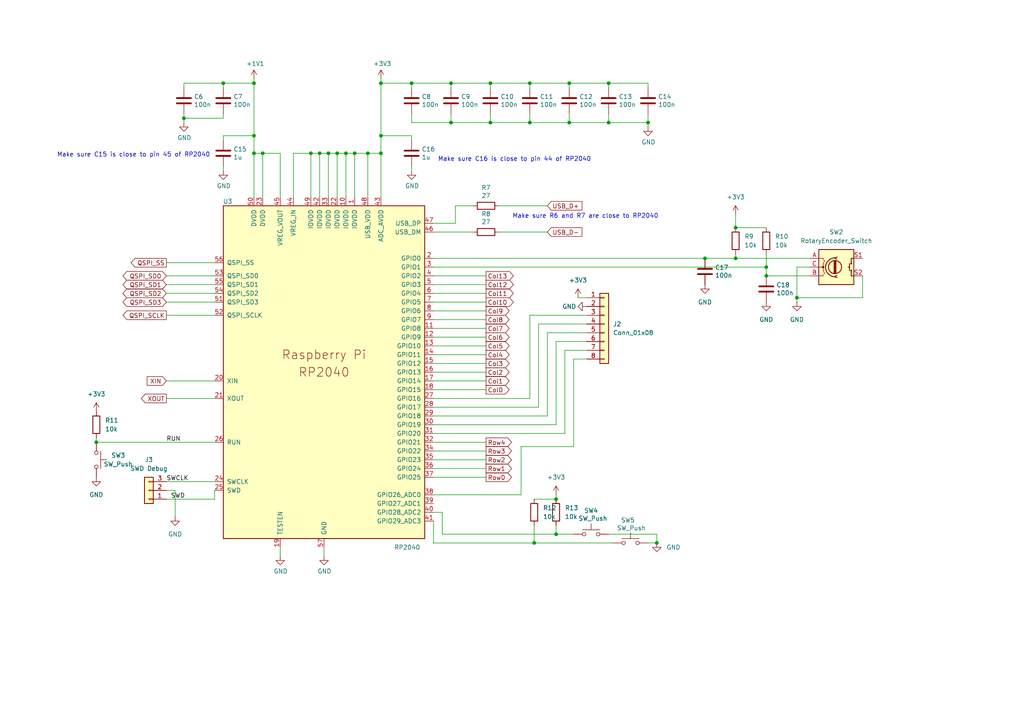
<source format=kicad_sch>
(kicad_sch (version 20250114) (generator "eeschema") (generator_version "9.0")
  (paper "A4")
  (lib_symbols
    (symbol "Connector_Generic:Conn_01x03" (pin_names (offset 1.016) (hide yes))
      (property "Reference" "J" (at 0 5.08 0))
      (property "Value" "Conn_01x03" (at 0 -5.08 0))
      (symbol "Conn_01x03_1_1"
        (rectangle (start -1.27 3.81) (end 1.27 -3.81) (stroke (width 0.254)) (fill (type background)))
        (rectangle (start -1.27 2.667) (end 0 2.413) (stroke (width 0.1524)))
        (rectangle (start -1.27 0.127) (end 0 -0.127) (stroke (width 0.1524)))
        (rectangle (start -1.27 -2.413) (end 0 -2.667) (stroke (width 0.1524)))
        (pin passive line (at -5.08 2.54 0) (length 3.81) (name "Pin_1") (number "1"))
        (pin passive line (at -5.08 0 0) (length 3.81) (name "Pin_2") (number "2"))
        (pin passive line (at -5.08 -2.54 0) (length 3.81) (name "Pin_3") (number "3"))
      )
    )
    (symbol "Connector_Generic:Conn_01x08" (pin_names (offset 1.016) (hide yes))
      (property "Reference" "J" (at 0 10.16 0))
      (property "Value" "Conn_01x08" (at 0 -12.7 0))
      (symbol "Conn_01x08_1_1"
        (rectangle (start -1.27 8.89) (end 1.27 -11.43) (stroke (width 0.254)) (fill (type background)))
        (rectangle (start -1.27 7.747) (end 0 7.493) (stroke (width 0.1524)))
        (rectangle (start -1.27 5.207) (end 0 4.953) (stroke (width 0.1524)))
        (rectangle (start -1.27 2.667) (end 0 2.413) (stroke (width 0.1524)))
        (rectangle (start -1.27 0.127) (end 0 -0.127) (stroke (width 0.1524)))
        (rectangle (start -1.27 -2.413) (end 0 -2.667) (stroke (width 0.1524)))
        (rectangle (start -1.27 -4.953) (end 0 -5.207) (stroke (width 0.1524)))
        (rectangle (start -1.27 -7.493) (end 0 -7.747) (stroke (width 0.1524)))
        (rectangle (start -1.27 -10.033) (end 0 -10.287) (stroke (width 0.1524)))
        (pin passive line (at -5.08 7.62 0) (length 3.81) (name "Pin_1") (number "1"))
        (pin passive line (at -5.08 5.08 0) (length 3.81) (name "Pin_2") (number "2"))
        (pin passive line (at -5.08 2.54 0) (length 3.81) (name "Pin_3") (number "3"))
        (pin passive line (at -5.08 0 0) (length 3.81) (name "Pin_4") (number "4"))
        (pin passive line (at -5.08 -2.54 0) (length 3.81) (name "Pin_5") (number "5"))
        (pin passive line (at -5.08 -5.08 0) (length 3.81) (name "Pin_6") (number "6"))
        (pin passive line (at -5.08 -7.62 0) (length 3.81) (name "Pin_7") (number "7"))
        (pin passive line (at -5.08 -10.16 0) (length 3.81) (name "Pin_8") (number "8"))
      )
    )
    (symbol "Device:C" (pin_numbers (hide yes)) (pin_names (offset 0.254))
      (property "Reference" "C" (at 0.635 2.54 0))
      (property "Value" "C" (at 0.635 -2.54 0))
      (symbol "C_0_1"
        (polyline (pts (xy -2.032 0.762) (xy 2.032 0.762)) (stroke (width 0.508)))
        (polyline (pts (xy -2.032 -0.762) (xy 2.032 -0.762)) (stroke (width 0.508)))
      )
      (symbol "C_1_1"
        (pin passive line (at 0 3.81 270) (length 2.794) (name "~") (number "1"))
        (pin passive line (at 0 -3.81 90) (length 2.794) (name "~") (number "2"))
      )
    )
    (symbol "Device:R" (pin_numbers (hide yes)) (pin_names (offset 0))
      (property "Reference" "R" (at 2.032 0 90))
      (property "Value" "R" (at 0 0 90))
      (symbol "R_0_1"
        (rectangle (start -1.016 -2.54) (end 1.016 2.54) (stroke (width 0.254)))
      )
      (symbol "R_1_1"
        (pin passive line (at 0 3.81 270) (length 1.27) (name "~") (number "1"))
        (pin passive line (at 0 -3.81 90) (length 1.27) (name "~") (number "2"))
      )
    )
    (symbol "Device:RotaryEncoder_Switch" (pin_names (offset 0.254) (hide yes))
      (property "Reference" "SW" (at 0 6.604 0))
      (property "Value" "RotaryEncoder_Switch" (at 0 -6.604 0))
      (symbol "RotaryEncoder_Switch_0_1"
        (rectangle (start -5.08 5.08) (end 5.08 -5.08) (stroke (width 0.254)) (fill (type background)))
        (polyline (pts (xy -5.08 2.54) (xy -3.81 2.54) (xy -3.81 2.032)))
        (polyline (pts (xy -5.08 0) (xy -3.81 0) (xy -3.81 -1.016) (xy -3.302 -2.032)))
        (polyline (pts (xy -5.08 -2.54) (xy -3.81 -2.54) (xy -3.81 -2.032)))
        (polyline (pts (xy -4.318 0) (xy -3.81 0) (xy -3.81 1.016) (xy -3.302 2.032)))
        (circle (center -3.81 0) (radius 0.254) (fill (type outline)))
        (polyline (pts (xy -0.635 -1.778) (xy -0.635 1.778)) (stroke (width 0.254)))
        (circle (center -0.381 0) (radius 1.905) (stroke (width 0.254)))
        (polyline (pts (xy -0.381 -1.778) (xy -0.381 1.778)) (stroke (width 0.254)))
        (arc (start -0.381 -2.794) (mid -3.0988 -0.0635) (end -0.381 2.667) (stroke (width 0.254)))
        (polyline (pts (xy -0.127 1.778) (xy -0.127 -1.778)) (stroke (width 0.254)))
        (polyline (pts (xy 0.254 2.921) (xy -0.508 2.667) (xy 0.127 2.286)) (stroke (width 0.254)))
        (polyline (pts (xy 0.254 -3.048) (xy -0.508 -2.794) (xy 0.127 -2.413)) (stroke (width 0.254)))
        (polyline (pts (xy 3.81 1.016) (xy 3.81 -1.016)) (stroke (width 0.254)))
        (polyline (pts (xy 3.81 0) (xy 3.429 0)) (stroke (width 0.254)))
        (circle (center 4.318 1.016) (radius 0.127) (stroke (width 0.254)))
        (circle (center 4.318 -1.016) (radius 0.127) (stroke (width 0.254)))
        (polyline (pts (xy 5.08 2.54) (xy 4.318 2.54) (xy 4.318 1.016)) (stroke (width 0.254)))
        (polyline (pts (xy 5.08 -2.54) (xy 4.318 -2.54) (xy 4.318 -1.016)) (stroke (width 0.254)))
      )
      (symbol "RotaryEncoder_Switch_1_1"
        (pin passive line (at -7.62 2.54 0) (length 2.54) (name "A") (number "A"))
        (pin passive line (at -7.62 0 0) (length 2.54) (name "C") (number "C"))
        (pin passive line (at -7.62 -2.54 0) (length 2.54) (name "B") (number "B"))
        (pin passive line (at 7.62 2.54 180) (length 2.54) (name "S1") (number "S1"))
        (pin passive line (at 7.62 -2.54 180) (length 2.54) (name "S2") (number "S2"))
      )
    )
    (symbol "GND_1" (power) (pin_numbers (hide yes)) (pin_names (offset 0) (hide yes))
      (property "Value" "GND" (at 0 -3.81 0))
      (symbol "GND_1_0_1"
        (polyline (pts (xy 0 0) (xy 0 -1.27) (xy 1.27 -1.27) (xy 0 -2.54) (xy -1.27 -1.27) (xy 0 -1.27)))
      )
      (symbol "GND_1_1_1"
        (pin power_in line (at 0 0 270) (length 0) (name "~") (number "1"))
      )
    )
    (symbol "MCU_RaspberryPi_RP2040:RP2040" (pin_names (offset 1.016))
      (property "Reference" "U" (at -29.21 49.53 0))
      (property "Value" "RP2040" (at 24.13 -49.53 0))
      (symbol "RP2040_0_0"
        (text "Raspberry Pi" (at 0 5.08 0) (effects (font (size 2.54 2.54))))
        (text "RP2040" (at 0 0 0) (effects (font (size 2.54 2.54))))
      )
      (symbol "RP2040_0_1"
        (rectangle (start 29.21 48.26) (end -29.21 -48.26) (stroke (width 0.254)) (fill (type background)))
      )
      (symbol "RP2040_1_1"
        (pin bidirectional line (at -31.75 31.75 0) (length 2.54) (name "QSPI_SS") (number "56"))
        (pin bidirectional line (at -31.75 27.94 0) (length 2.54) (name "QSPI_SD0") (number "53"))
        (pin bidirectional line (at -31.75 25.4 0) (length 2.54) (name "QSPI_SD1") (number "55"))
        (pin bidirectional line (at -31.75 22.86 0) (length 2.54) (name "QSPI_SD2") (number "54"))
        (pin bidirectional line (at -31.75 20.32 0) (length 2.54) (name "QSPI_SD3") (number "51"))
        (pin output line (at -31.75 16.51 0) (length 2.54) (name "QSPI_SCLK") (number "52"))
        (pin input line (at -31.75 -2.54 0) (length 2.54) (name "XIN") (number "20"))
        (pin passive line (at -31.75 -7.62 0) (length 2.54) (name "XOUT") (number "21"))
        (pin input line (at -31.75 -20.32 0) (length 2.54) (name "RUN") (number "26"))
        (pin output line (at -31.75 -31.75 0) (length 2.54) (name "SWCLK") (number "24"))
        (pin bidirectional line (at -31.75 -34.29 0) (length 2.54) (name "SWD") (number "25"))
        (pin power_in line (at -20.32 50.8 270) (length 2.54) (name "DVDD") (number "50"))
        (pin power_in line (at -17.78 50.8 270) (length 2.54) (name "DVDD") (number "23"))
        (pin power_out line (at -12.7 50.8 270) (length 2.54) (name "VREG_VOUT") (number "45"))
        (pin passive line (at -12.7 -50.8 90) (length 2.54) (name "TESTEN") (number "19"))
        (pin power_in line (at -8.89 50.8 270) (length 2.54) (name "VREG_IN") (number "44"))
        (pin power_in line (at -3.81 50.8 270) (length 2.54) (name "IOVDD") (number "49"))
        (pin power_in line (at -1.27 50.8 270) (length 2.54) (name "IOVDD") (number "42"))
        (pin power_in line (at 0 -50.8 90) (length 2.54) (name "GND") (number "57"))
        (pin power_in line (at 1.27 50.8 270) (length 2.54) (name "IOVDD") (number "33"))
        (pin power_in line (at 3.81 50.8 270) (length 2.54) (name "IOVDD") (number "22"))
        (pin power_in line (at 6.35 50.8 270) (length 2.54) (name "IOVDD") (number "10"))
        (pin power_in line (at 8.89 50.8 270) (length 2.54) (name "IOVDD") (number "1"))
        (pin power_in line (at 12.7 50.8 270) (length 2.54) (name "USB_VDD") (number "48"))
        (pin power_in line (at 16.51 50.8 270) (length 2.54) (name "ADC_AVDD") (number "43"))
        (pin bidirectional line (at 31.75 43.18 180) (length 2.54) (name "USB_DP") (number "47"))
        (pin bidirectional line (at 31.75 40.64 180) (length 2.54) (name "USB_DM") (number "46"))
        (pin bidirectional line (at 31.75 33.02 180) (length 2.54) (name "GPIO0") (number "2"))
        (pin bidirectional line (at 31.75 30.48 180) (length 2.54) (name "GPIO1") (number "3"))
        (pin bidirectional line (at 31.75 27.94 180) (length 2.54) (name "GPIO2") (number "4"))
        (pin bidirectional line (at 31.75 25.4 180) (length 2.54) (name "GPIO3") (number "5"))
        (pin bidirectional line (at 31.75 22.86 180) (length 2.54) (name "GPIO4") (number "6"))
        (pin bidirectional line (at 31.75 20.32 180) (length 2.54) (name "GPIO5") (number "7"))
        (pin bidirectional line (at 31.75 17.78 180) (length 2.54) (name "GPIO6") (number "8"))
        (pin bidirectional line (at 31.75 15.24 180) (length 2.54) (name "GPIO7") (number "9"))
        (pin bidirectional line (at 31.75 12.7 180) (length 2.54) (name "GPIO8") (number "11"))
        (pin bidirectional line (at 31.75 10.16 180) (length 2.54) (name "GPIO9") (number "12"))
        (pin bidirectional line (at 31.75 7.62 180) (length 2.54) (name "GPIO10") (number "13"))
        (pin bidirectional line (at 31.75 5.08 180) (length 2.54) (name "GPIO11") (number "14"))
        (pin bidirectional line (at 31.75 2.54 180) (length 2.54) (name "GPIO12") (number "15"))
        (pin bidirectional line (at 31.75 0 180) (length 2.54) (name "GPIO13") (number "16"))
        (pin bidirectional line (at 31.75 -2.54 180) (length 2.54) (name "GPIO14") (number "17"))
        (pin bidirectional line (at 31.75 -5.08 180) (length 2.54) (name "GPIO15") (number "18"))
        (pin bidirectional line (at 31.75 -7.62 180) (length 2.54) (name "GPIO16") (number "27"))
        (pin bidirectional line (at 31.75 -10.16 180) (length 2.54) (name "GPIO17") (number "28"))
        (pin bidirectional line (at 31.75 -12.7 180) (length 2.54) (name "GPIO18") (number "29"))
        (pin bidirectional line (at 31.75 -15.24 180) (length 2.54) (name "GPIO19") (number "30"))
        (pin bidirectional line (at 31.75 -17.78 180) (length 2.54) (name "GPIO20") (number "31"))
        (pin bidirectional line (at 31.75 -20.32 180) (length 2.54) (name "GPIO21") (number "32"))
        (pin bidirectional line (at 31.75 -22.86 180) (length 2.54) (name "GPIO22") (number "34"))
        (pin bidirectional line (at 31.75 -25.4 180) (length 2.54) (name "GPIO23") (number "35"))
        (pin bidirectional line (at 31.75 -27.94 180) (length 2.54) (name "GPIO24") (number "36"))
        (pin bidirectional line (at 31.75 -30.48 180) (length 2.54) (name "GPIO25") (number "37"))
        (pin bidirectional line (at 31.75 -35.56 180) (length 2.54) (name "GPIO26_ADC0") (number "38"))
        (pin bidirectional line (at 31.75 -38.1 180) (length 2.54) (name "GPIO27_ADC1") (number "39"))
        (pin bidirectional line (at 31.75 -40.64 180) (length 2.54) (name "GPIO28_ADC2") (number "40"))
        (pin bidirectional line (at 31.75 -43.18 180) (length 2.54) (name "GPIO29_ADC3") (number "41"))
      )
    )
    (symbol "Switch:SW_Push" (pin_numbers (hide yes)) (pin_names (offset 1.016) (hide yes))
      (property "Reference" "SW" (at 1.27 2.54 0))
      (property "Value" "SW_Push" (at 0 -1.524 0))
      (symbol "SW_Push_0_1"
        (circle (center -2.032 0) (radius 0.508))
        (polyline (pts (xy 0 1.27) (xy 0 3.048)))
        (circle (center 2.032 0) (radius 0.508))
        (polyline (pts (xy 2.54 1.27) (xy -2.54 1.27)))
        (pin passive line (at -5.08 0 0) (length 2.54) (name "1") (number "1"))
        (pin passive line (at 5.08 0 180) (length 2.54) (name "2") (number "2"))
      )
    )
    (symbol "power:+1V1" (power) (pin_names (offset 0))
      (property "Value" "+1V1" (at 0 3.556 0))
      (symbol "+1V1_0_1"
        (polyline (pts (xy -0.762 1.27) (xy 0 2.54)))
        (polyline (pts (xy 0 2.54) (xy 0.762 1.27)))
        (polyline (pts (xy 0 0) (xy 0 2.54)))
      )
      (symbol "+1V1_1_1"
        (pin power_in line (at 0 0 90) (length 0) (hide yes) (name "+1V1") (number "1"))
      )
    )
    (symbol "power:+3V3" (power) (pin_names (offset 0))
      (property "Value" "+3V3" (at 0 3.556 0))
      (symbol "+3V3_0_1"
        (polyline (pts (xy -0.762 1.27) (xy 0 2.54)))
        (polyline (pts (xy 0 2.54) (xy 0.762 1.27)))
        (polyline (pts (xy 0 0) (xy 0 2.54)))
      )
      (symbol "+3V3_1_1"
        (pin power_in line (at 0 0 90) (length 0) (hide yes) (name "+3V3") (number "1"))
      )
    )
    (symbol "power:GND" (power) (pin_names (offset 0))
      (property "Value" "GND" (at 0 -3.81 0))
      (symbol "GND_0_1"
        (polyline (pts (xy 0 0) (xy 0 -1.27) (xy 1.27 -1.27) (xy 0 -2.54) (xy -1.27 -1.27) (xy 0 -1.27)))
      )
      (symbol "GND_1_1"
        (pin power_in line (at 0 0 270) (length 0) (hide yes) (name "GND") (number "1"))
      )
    )
  )
  (text "Make sure C16 is close to pin 44 of RP2040" (at 127 46.99 0) (effects (font (size 1.27 1.27)) (justify left bottom)))
  (text "Make sure C15 is close to pin 45 of RP2040" (at 16.51 45.72 0) (effects (font (size 1.27 1.27)) (justify left bottom)))
  (text "Make sure R6 and R7 are close to RP2040" (at 148.59 63.5 0) (effects (font (size 1.27 1.27)) (justify left bottom)))
  (junction (at 161.29 154.94))
  (junction (at 102.87 44.45))
  (junction (at 73.66 24.13))
  (junction (at 176.53 24.13))
  (junction (at 64.77 24.13))
  (junction (at 142.24 35.56))
  (junction (at 165.1 35.56))
  (junction (at 213.36 66.04))
  (junction (at 130.81 24.13))
  (junction (at 130.81 35.56))
  (junction (at 161.29 144.78))
  (junction (at 73.66 44.45))
  (junction (at 204.47 74.93))
  (junction (at 92.71 44.45))
  (junction (at 153.67 24.13))
  (junction (at 95.25 44.45))
  (junction (at 119.38 24.13))
  (junction (at 222.25 77.47))
  (junction (at 27.94 128.27))
  (junction (at 73.66 39.37))
  (junction (at 110.49 44.45))
  (junction (at 231.14 86.36))
  (junction (at 110.49 39.37))
  (junction (at 110.49 24.13))
  (junction (at 97.79 44.45))
  (junction (at 154.94 157.48))
  (junction (at 142.24 24.13))
  (junction (at 153.67 35.56))
  (junction (at 76.2 44.45))
  (junction (at 106.68 44.45))
  (junction (at 190.5 157.48))
  (junction (at 100.33 44.45))
  (junction (at 213.36 74.93))
  (junction (at 187.96 35.56))
  (junction (at 176.53 35.56))
  (junction (at 53.34 34.29))
  (junction (at 90.17 44.45))
  (junction (at 222.25 80.01))
  (junction (at 165.1 24.13))
  (wire (pts (xy 125.73 143.51) (xy 151.13 143.51)))
  (wire (pts (xy 176.53 25.4) (xy 176.53 24.13)))
  (wire (pts (xy 234.95 77.47) (xy 231.14 77.47)))
  (wire (pts (xy 48.26 142.24) (xy 50.8 142.24)))
  (wire (pts (xy 119.38 24.13) (xy 130.81 24.13)))
  (wire (pts (xy 213.36 66.04) (xy 222.25 66.04)))
  (wire (pts (xy 130.81 24.13) (xy 142.24 24.13)))
  (wire (pts (xy 125.73 118.11) (xy 156.21 118.11)))
  (wire (pts (xy 167.64 86.36) (xy 170.18 86.36)))
  (wire (pts (xy 64.77 24.13) (xy 73.66 24.13)))
  (wire (pts (xy 165.1 33.02) (xy 165.1 35.56)))
  (wire (pts (xy 53.34 34.29) (xy 64.77 34.29)))
  (wire (pts (xy 130.81 35.56) (xy 119.38 35.56)))
  (wire (pts (xy 163.83 101.6) (xy 163.83 125.73)))
  (wire (pts (xy 125.73 110.49) (xy 140.97 110.49)))
  (wire (pts (xy 50.8 142.24) (xy 50.8 149.86)))
  (wire (pts (xy 125.73 82.55) (xy 140.97 82.55)))
  (wire (pts (xy 95.25 57.15) (xy 95.25 44.45)))
  (wire (pts (xy 110.49 39.37) (xy 110.49 44.45)))
  (wire (pts (xy 130.81 25.4) (xy 130.81 24.13)))
  (wire (pts (xy 92.71 57.15) (xy 92.71 44.45)))
  (wire (pts (xy 81.28 57.15) (xy 81.28 44.45)))
  (wire (pts (xy 231.14 86.36) (xy 231.14 87.63)))
  (wire (pts (xy 190.5 154.94) (xy 190.5 157.48)))
  (wire (pts (xy 85.09 44.45) (xy 90.17 44.45)))
  (wire (pts (xy 170.18 96.52) (xy 158.75 96.52)))
  (wire (pts (xy 125.73 133.35) (xy 140.97 133.35)))
  (wire (pts (xy 119.38 48.26) (xy 119.38 49.53)))
  (wire (pts (xy 27.94 128.27) (xy 62.23 128.27)))
  (wire (pts (xy 106.68 57.15) (xy 106.68 44.45)))
  (wire (pts (xy 161.29 99.06) (xy 161.29 123.19)))
  (wire (pts (xy 132.08 59.69) (xy 137.16 59.69)))
  (wire (pts (xy 125.73 151.13) (xy 125.73 157.48)))
  (wire (pts (xy 64.77 25.4) (xy 64.77 24.13)))
  (wire (pts (xy 176.53 24.13) (xy 187.96 24.13)))
  (wire (pts (xy 204.47 74.93) (xy 213.36 74.93)))
  (wire (pts (xy 187.96 157.48) (xy 190.5 157.48)))
  (wire (pts (xy 100.33 57.15) (xy 100.33 44.45)))
  (wire (pts (xy 48.26 110.49) (xy 62.23 110.49)))
  (wire (pts (xy 73.66 44.45) (xy 73.66 57.15)))
  (wire (pts (xy 142.24 25.4) (xy 142.24 24.13)))
  (wire (pts (xy 125.73 120.65) (xy 158.75 120.65)))
  (wire (pts (xy 213.36 74.93) (xy 234.95 74.93)))
  (wire (pts (xy 53.34 24.13) (xy 64.77 24.13)))
  (wire (pts (xy 144.78 59.69) (xy 158.75 59.69)))
  (wire (pts (xy 53.34 33.02) (xy 53.34 34.29)))
  (wire (pts (xy 125.73 138.43) (xy 140.97 138.43)))
  (wire (pts (xy 48.26 144.78) (xy 62.23 144.78)))
  (wire (pts (xy 64.77 34.29) (xy 64.77 33.02)))
  (wire (pts (xy 151.13 129.54) (xy 166.37 129.54)))
  (wire (pts (xy 125.73 115.57) (xy 153.67 115.57)))
  (wire (pts (xy 125.73 135.89) (xy 140.97 135.89)))
  (wire (pts (xy 156.21 93.98) (xy 156.21 118.11)))
  (wire (pts (xy 176.53 35.56) (xy 165.1 35.56)))
  (wire (pts (xy 53.34 25.4) (xy 53.34 24.13)))
  (wire (pts (xy 125.73 67.31) (xy 137.16 67.31)))
  (wire (pts (xy 110.49 39.37) (xy 119.38 39.37)))
  (wire (pts (xy 125.73 97.79) (xy 140.97 97.79)))
  (wire (pts (xy 222.25 73.66) (xy 222.25 77.47)))
  (wire (pts (xy 153.67 24.13) (xy 165.1 24.13)))
  (wire (pts (xy 85.09 57.15) (xy 85.09 44.45)))
  (wire (pts (xy 153.67 25.4) (xy 153.67 24.13)))
  (wire (pts (xy 62.23 142.24) (xy 62.23 144.78)))
  (wire (pts (xy 48.26 87.63) (xy 62.23 87.63)))
  (wire (pts (xy 234.95 80.01) (xy 222.25 80.01)))
  (wire (pts (xy 125.73 113.03) (xy 140.97 113.03)))
  (wire (pts (xy 125.73 123.19) (xy 161.29 123.19)))
  (wire (pts (xy 176.53 154.94) (xy 190.5 154.94)))
  (wire (pts (xy 81.28 44.45) (xy 76.2 44.45)))
  (wire (pts (xy 62.23 91.44) (xy 48.26 91.44)))
  (wire (pts (xy 76.2 57.15) (xy 76.2 44.45)))
  (wire (pts (xy 125.73 77.47) (xy 222.25 77.47)))
  (wire (pts (xy 161.29 144.78) (xy 161.29 143.51)))
  (wire (pts (xy 90.17 57.15) (xy 90.17 44.45)))
  (wire (pts (xy 73.66 39.37) (xy 73.66 44.45)))
  (wire (pts (xy 231.14 77.47) (xy 231.14 86.36)))
  (wire (pts (xy 125.73 74.93) (xy 204.47 74.93)))
  (wire (pts (xy 64.77 48.26) (xy 64.77 49.53)))
  (wire (pts (xy 170.18 93.98) (xy 156.21 93.98)))
  (wire (pts (xy 170.18 91.44) (xy 153.67 91.44)))
  (wire (pts (xy 213.36 62.23) (xy 213.36 66.04)))
  (wire (pts (xy 73.66 24.13) (xy 73.66 39.37)))
  (wire (pts (xy 110.49 44.45) (xy 110.49 57.15)))
  (wire (pts (xy 213.36 73.66) (xy 213.36 74.93)))
  (wire (pts (xy 93.98 158.75) (xy 93.98 161.29)))
  (wire (pts (xy 125.73 64.77) (xy 132.08 64.77)))
  (wire (pts (xy 27.94 128.27) (xy 27.94 127)))
  (wire (pts (xy 125.73 102.87) (xy 140.97 102.87)))
  (wire (pts (xy 81.28 158.75) (xy 81.28 161.29)))
  (wire (pts (xy 48.26 80.01) (xy 62.23 80.01)))
  (wire (pts (xy 165.1 25.4) (xy 165.1 24.13)))
  (wire (pts (xy 153.67 91.44) (xy 153.67 115.57)))
  (wire (pts (xy 165.1 24.13) (xy 176.53 24.13)))
  (wire (pts (xy 154.94 157.48) (xy 177.8 157.48)))
  (wire (pts (xy 48.26 82.55) (xy 62.23 82.55)))
  (wire (pts (xy 144.78 67.31) (xy 158.75 67.31)))
  (wire (pts (xy 165.1 35.56) (xy 153.67 35.56)))
  (wire (pts (xy 125.73 85.09) (xy 140.97 85.09)))
  (wire (pts (xy 125.73 128.27) (xy 140.97 128.27)))
  (wire (pts (xy 106.68 44.45) (xy 110.49 44.45)))
  (wire (pts (xy 125.73 100.33) (xy 140.97 100.33)))
  (wire (pts (xy 187.96 35.56) (xy 187.96 36.83)))
  (wire (pts (xy 95.25 44.45) (xy 97.79 44.45)))
  (wire (pts (xy 125.73 105.41) (xy 140.97 105.41)))
  (wire (pts (xy 154.94 152.4) (xy 154.94 157.48)))
  (wire (pts (xy 187.96 25.4) (xy 187.96 24.13)))
  (wire (pts (xy 170.18 99.06) (xy 161.29 99.06)))
  (wire (pts (xy 128.27 148.59) (xy 128.27 154.94)))
  (wire (pts (xy 170.18 104.14) (xy 166.37 104.14)))
  (wire (pts (xy 250.19 86.36) (xy 231.14 86.36)))
  (wire (pts (xy 73.66 22.86) (xy 73.66 24.13)))
  (wire (pts (xy 250.19 80.01) (xy 250.19 86.36)))
  (wire (pts (xy 132.08 59.69) (xy 132.08 64.77)))
  (wire (pts (xy 125.73 95.25) (xy 140.97 95.25)))
  (wire (pts (xy 154.94 144.78) (xy 161.29 144.78)))
  (wire (pts (xy 158.75 96.52) (xy 158.75 120.65)))
  (wire (pts (xy 130.81 33.02) (xy 130.81 35.56)))
  (wire (pts (xy 102.87 44.45) (xy 102.87 57.15)))
  (wire (pts (xy 125.73 130.81) (xy 140.97 130.81)))
  (wire (pts (xy 125.73 157.48) (xy 154.94 157.48)))
  (wire (pts (xy 166.37 129.54) (xy 166.37 104.14)))
  (wire (pts (xy 97.79 44.45) (xy 100.33 44.45)))
  (wire (pts (xy 153.67 33.02) (xy 153.67 35.56)))
  (wire (pts (xy 110.49 24.13) (xy 119.38 24.13)))
  (wire (pts (xy 128.27 154.94) (xy 161.29 154.94)))
  (wire (pts (xy 64.77 39.37) (xy 73.66 39.37)))
  (wire (pts (xy 53.34 34.29) (xy 53.34 35.56)))
  (wire (pts (xy 125.73 80.01) (xy 140.97 80.01)))
  (wire (pts (xy 222.25 77.47) (xy 222.25 80.01)))
  (wire (pts (xy 64.77 40.64) (xy 64.77 39.37)))
  (wire (pts (xy 62.23 115.57) (xy 48.26 115.57)))
  (wire (pts (xy 163.83 101.6) (xy 170.18 101.6)))
  (wire (pts (xy 176.53 35.56) (xy 187.96 35.56)))
  (wire (pts (xy 119.38 25.4) (xy 119.38 24.13)))
  (wire (pts (xy 125.73 125.73) (xy 163.83 125.73)))
  (wire (pts (xy 48.26 139.7) (xy 62.23 139.7)))
  (wire (pts (xy 62.23 76.2) (xy 48.26 76.2)))
  (wire (pts (xy 100.33 44.45) (xy 102.87 44.45)))
  (wire (pts (xy 125.73 87.63) (xy 140.97 87.63)))
  (wire (pts (xy 119.38 40.64) (xy 119.38 39.37)))
  (wire (pts (xy 125.73 107.95) (xy 140.97 107.95)))
  (wire (pts (xy 76.2 44.45) (xy 73.66 44.45)))
  (wire (pts (xy 48.26 85.09) (xy 62.23 85.09)))
  (wire (pts (xy 119.38 33.02) (xy 119.38 35.56)))
  (wire (pts (xy 97.79 57.15) (xy 97.79 44.45)))
  (wire (pts (xy 110.49 24.13) (xy 110.49 39.37)))
  (wire (pts (xy 142.24 24.13) (xy 153.67 24.13)))
  (wire (pts (xy 92.71 44.45) (xy 95.25 44.45)))
  (wire (pts (xy 161.29 154.94) (xy 166.37 154.94)))
  (wire (pts (xy 125.73 148.59) (xy 128.27 148.59)))
  (wire (pts (xy 125.73 92.71) (xy 140.97 92.71)))
  (wire (pts (xy 151.13 143.51) (xy 151.13 129.54)))
  (wire (pts (xy 142.24 33.02) (xy 142.24 35.56)))
  (wire (pts (xy 161.29 152.4) (xy 161.29 154.94)))
  (wire (pts (xy 110.49 22.86) (xy 110.49 24.13)))
  (wire (pts (xy 153.67 35.56) (xy 142.24 35.56)))
  (wire (pts (xy 102.87 44.45) (xy 106.68 44.45)))
  (wire (pts (xy 90.17 44.45) (xy 92.71 44.45)))
  (wire (pts (xy 187.96 33.02) (xy 187.96 35.56)))
  (wire (pts (xy 176.53 33.02) (xy 176.53 35.56)))
  (wire (pts (xy 125.73 90.17) (xy 140.97 90.17)))
  (wire (pts (xy 142.24 35.56) (xy 130.81 35.56)))
  (label "SWD" (at 49.53 144.78 0))
  (label "SWCLK" (at 48.26 139.7 0))
  (label "RUN" (at 48.26 128.27 0))
  (global_label "Row1" (shape output) (at 140.97 135.89 0) (property "Intersheetrefs" "${INTERSHEET_REFS}" (effects (hide yes))))
  (global_label "Col10" (shape output) (at 140.97 87.63 0) (property "Intersheetrefs" "${INTERSHEET_REFS}" (effects (hide yes))))
  (global_label "Col13" (shape output) (at 140.97 80.01 0) (property "Intersheetrefs" "${INTERSHEET_REFS}" (effects (hide yes))))
  (global_label "Row0" (shape output) (at 140.97 138.43 0) (property "Intersheetrefs" "${INTERSHEET_REFS}" (effects (hide yes))))
  (global_label "Row3" (shape output) (at 140.97 130.81 0) (property "Intersheetrefs" "${INTERSHEET_REFS}" (effects (hide yes))))
  (global_label "Col3" (shape output) (at 140.97 105.41 0) (property "Intersheetrefs" "${INTERSHEET_REFS}" (effects (hide yes))))
  (global_label "Col5" (shape output) (at 140.97 100.33 0) (property "Intersheetrefs" "${INTERSHEET_REFS}" (effects (hide yes))))
  (global_label "QSPI_SCLK" (shape output) (at 48.26 91.44 180) (property "Intersheetrefs" "${INTERSHEET_REFS}" (effects (hide yes))))
  (global_label "QSPI_SD2" (shape bidirectional) (at 48.26 85.09 180) (property "Intersheetrefs" "${INTERSHEET_REFS}" (effects (hide yes))))
  (global_label "Row4" (shape output) (at 140.97 128.27 0) (property "Intersheetrefs" "${INTERSHEET_REFS}" (effects (hide yes))))
  (global_label "Col2" (shape output) (at 140.97 107.95 0) (property "Intersheetrefs" "${INTERSHEET_REFS}" (effects (hide yes))))
  (global_label "USB_D-" (shape input) (at 158.75 67.31 0) (property "Intersheetrefs" "${INTERSHEET_REFS}" (effects (hide yes))))
  (global_label "Col0" (shape output) (at 140.97 113.03 0) (property "Intersheetrefs" "${INTERSHEET_REFS}" (effects (hide yes))))
  (global_label "Col7" (shape output) (at 140.97 95.25 0) (property "Intersheetrefs" "${INTERSHEET_REFS}" (effects (hide yes))))
  (global_label "QSPI_SD3" (shape bidirectional) (at 48.26 87.63 180) (property "Intersheetrefs" "${INTERSHEET_REFS}" (effects (hide yes))))
  (global_label "QSPI_SD0" (shape bidirectional) (at 48.26 80.01 180) (property "Intersheetrefs" "${INTERSHEET_REFS}" (effects (hide yes))))
  (global_label "Col9" (shape output) (at 140.97 90.17 0) (property "Intersheetrefs" "${INTERSHEET_REFS}" (effects (hide yes))))
  (global_label "QSPI_SD1" (shape bidirectional) (at 48.26 82.55 180) (property "Intersheetrefs" "${INTERSHEET_REFS}" (effects (hide yes))))
  (global_label "QSPI_SS" (shape output) (at 48.26 76.2 180) (property "Intersheetrefs" "${INTERSHEET_REFS}" (effects (hide yes))))
  (global_label "Row2" (shape output) (at 140.97 133.35 0) (property "Intersheetrefs" "${INTERSHEET_REFS}" (effects (hide yes))))
  (global_label "XIN" (shape input) (at 48.26 110.49 180) (property "Intersheetrefs" "${INTERSHEET_REFS}" (effects (hide yes))))
  (global_label "Col12" (shape output) (at 140.97 82.55 0) (property "Intersheetrefs" "${INTERSHEET_REFS}" (effects (hide yes))))
  (global_label "Col1" (shape output) (at 140.97 110.49 0) (property "Intersheetrefs" "${INTERSHEET_REFS}" (effects (hide yes))))
  (global_label "Col11" (shape output) (at 140.97 85.09 0) (property "Intersheetrefs" "${INTERSHEET_REFS}" (effects (hide yes))))
  (global_label "Col6" (shape output) (at 140.97 97.79 0) (property "Intersheetrefs" "${INTERSHEET_REFS}" (effects (hide yes))))
  (global_label "Col4" (shape output) (at 140.97 102.87 0) (property "Intersheetrefs" "${INTERSHEET_REFS}" (effects (hide yes))))
  (global_label "USB_D+" (shape input) (at 158.75 59.69 0) (property "Intersheetrefs" "${INTERSHEET_REFS}" (effects (hide yes))))
  (global_label "XOUT" (shape output) (at 48.26 115.57 180) (property "Intersheetrefs" "${INTERSHEET_REFS}" (effects (hide yes))))
  (global_label "Col8" (shape output) (at 140.97 92.71 0) (property "Intersheetrefs" "${INTERSHEET_REFS}" (effects (hide yes))))
  (symbol (lib_name "GND_1") (lib_id "power:GND") (at 204.47 82.55 0) (unit 1)
    (property "Reference" "#PWR025" (effects (hide yes)))
    (property "Value" "GND" (at 204.47 87.63 0))
    (property "Description" "Power symbol creates a global label with name \"GND\" , ground" (effects (hide yes)))
  )
  (symbol (lib_id "power:+3V3") (at 110.49 22.86 0) (unit 1)
    (property "Reference" "#PWR019" (effects (hide yes)))
    (property "Value" "+3V3" (at 110.871 18.4658 0))
  )
  (symbol (lib_name "GND_1") (lib_id "power:GND") (at 50.8 149.86 0) (unit 1)
    (property "Reference" "#PWR031" (effects (hide yes)))
    (property "Value" "GND" (at 50.8 154.94 0))
    (property "Description" "Power symbol creates a global label with name \"GND\" , ground" (effects (hide yes)))
  )
  (symbol (lib_id "Device:C") (at 130.81 29.21 0) (unit 1)
    (property "Reference" "C9" (at 133.731 28.0416 0) (effects (justify left)))
    (property "Value" "100n" (at 133.731 30.353 0) (effects (justify left)))
    (property "Footprint" "Capacitor_SMD:C_0603_1608Metric" (effects (hide yes)))
  )
  (symbol (lib_id "power:GND") (at 64.77 49.53 0) (unit 1)
    (property "Reference" "#PWR022" (effects (hide yes)))
    (property "Value" "GND" (at 64.897 53.9242 0))
  )
  (symbol (lib_id "Device:R") (at 140.97 67.31 270) (unit 1)
    (property "Reference" "R8" (at 140.97 62.0522 90))
    (property "Value" "27" (at 140.97 64.3636 90))
    (property "Footprint" "Resistor_SMD:R_0603_1608Metric" (effects (hide yes)))
  )
  (symbol (lib_id "Device:C") (at 53.34 29.21 0) (unit 1)
    (property "Reference" "C6" (at 56.261 28.0416 0) (effects (justify left)))
    (property "Value" "100n" (at 56.261 30.353 0) (effects (justify left)))
    (property "Footprint" "Capacitor_SMD:C_0603_1608Metric" (effects (hide yes)))
  )
  (symbol (lib_id "Device:C") (at 64.77 44.45 0) (unit 1)
    (property "Reference" "C15" (at 67.691 43.2816 0) (effects (justify left)))
    (property "Value" "1u" (at 67.691 45.593 0) (effects (justify left)))
    (property "Footprint" "Capacitor_SMD:C_0603_1608Metric" (effects (hide yes)))
  )
  (symbol (lib_id "Device:C") (at 119.38 44.45 0) (unit 1)
    (property "Reference" "C16" (at 122.301 43.2816 0) (effects (justify left)))
    (property "Value" "1u" (at 122.301 45.593 0) (effects (justify left)))
    (property "Footprint" "Capacitor_SMD:C_0603_1608Metric" (effects (hide yes)))
  )
  (symbol (lib_id "power:+1V1") (at 73.66 22.86 0) (unit 1)
    (property "Reference" "#PWR018" (effects (hide yes)))
    (property "Value" "+1V1" (at 74.041 18.4658 0))
  )
  (symbol (lib_id "Switch:SW_Push") (at 27.94 133.35 270) (unit 1)
    (property "Reference" "SW3" (at 34.29 132.08 90))
    (property "Value" "SW_Push" (at 34.29 134.62 90))
    (property "Footprint" "Button_Switch_SMD:SW_Push_1P1T_NO_CK_KMR2" (effects (hide yes)))
    (property "Description" "Push button switch, generic, two pins" (effects (hide yes)))
  )
  (symbol (lib_id "Device:R") (at 140.97 59.69 270) (unit 1)
    (property "Reference" "R7" (at 140.97 54.4322 90))
    (property "Value" "27" (at 140.97 56.7436 90))
    (property "Footprint" "Resistor_SMD:R_0603_1608Metric" (effects (hide yes)))
  )
  (symbol (lib_id "Device:RotaryEncoder_Switch") (at 242.57 77.47 0) (unit 1)
    (property "Reference" "SW2" (at 242.57 67.31 0))
    (property "Value" "RotaryEncoder_Switch" (at 242.57 69.85 0))
    (property "Footprint" "Rotary_Encoder:RotaryEncoder_Alps_EC11E-Switch_Vertical_H20mm_MountingHoles" (effects (hide yes)))
    (property "Description" "Rotary encoder, dual channel, incremental quadrate outputs, with switch" (effects (hide yes)))
  )
  (symbol (lib_id "power:+3V3") (at 27.94 119.38 0) (unit 1)
    (property "Reference" "#PWR028" (effects (hide yes)))
    (property "Value" "+3V3" (at 27.94 114.3 0))
    (property "Description" "Power symbol creates a global label with name \"+3V3\"" (effects (hide yes)))
  )
  (symbol (lib_id "power:GND") (at 187.96 36.83 0) (unit 1)
    (property "Reference" "#PWR021" (effects (hide yes)))
    (property "Value" "GND" (at 188.087 41.2242 0))
  )
  (symbol (lib_id "Switch:SW_Push") (at 182.88 157.48 0) (unit 1)
    (property "Reference" "SW5" (at 182.118 150.876 0))
    (property "Value" "SW_Push" (at 183.134 153.162 0))
    (property "Footprint" "Button_Switch_THT:SW_Push_2P1T_Toggle_CK_PVA1xxH2xxxxxxV2" (effects (hide yes)))
  )
  (symbol (lib_id "power:GND") (at 81.28 161.29 0) (unit 1)
    (property "Reference" "#PWR032" (effects (hide yes)))
    (property "Value" "GND" (at 81.407 165.6842 0))
  )
  (symbol (lib_name "GND_1") (lib_id "power:GND") (at 222.25 87.63 0) (unit 1)
    (property "Reference" "#PWR026" (effects (hide yes)))
    (property "Value" "GND" (at 222.25 92.71 0))
    (property "Description" "Power symbol creates a global label with name \"GND\" , ground" (effects (hide yes)))
  )
  (symbol (lib_id "Device:C") (at 222.25 83.82 0) (unit 1)
    (property "Reference" "C18" (at 225.171 82.6516 0) (effects (justify left)))
    (property "Value" "100n" (at 225.171 84.963 0) (effects (justify left)))
    (property "Footprint" "Capacitor_SMD:C_0603_1608Metric" (effects (hide yes)))
  )
  (symbol (lib_id "power:+3V3") (at 161.29 143.51 0) (unit 1)
    (property "Reference" "#PWR030" (effects (hide yes)))
    (property "Value" "+3V3" (at 161.29 138.43 0))
    (property "Description" "Power symbol creates a global label with name \"+3V3\"" (effects (hide yes)))
  )
  (symbol (lib_id "power:GND") (at 53.34 35.56 0) (unit 1)
    (property "Reference" "#PWR020" (effects (hide yes)))
    (property "Value" "GND" (at 53.467 39.9542 0))
  )
  (symbol (lib_id "Device:C") (at 119.38 29.21 0) (unit 1)
    (property "Reference" "C8" (at 122.301 28.0416 0) (effects (justify left)))
    (property "Value" "100n" (at 122.301 30.353 0) (effects (justify left)))
    (property "Footprint" "Capacitor_SMD:C_0603_1608Metric" (effects (hide yes)))
  )
  (symbol (lib_id "Connector_Generic:Conn_01x03") (at 43.18 142.24 180) (unit 1)
    (property "Reference" "J3" (at 43.18 133.35 0))
    (property "Value" "SWD Debug" (at 43.18 135.89 0))
    (property "Footprint" "Connector:FanPinHeader_1x03_P2.54mm_Vertical" (effects (hide yes)))
    (property "Description" "Generic connector, single row, 01x03, script generated (kicad-library-utils/schlib/autogen/connector/)" (effects (hide yes)))
  )
  (symbol (lib_id "Device:C") (at 153.67 29.21 0) (unit 1)
    (property "Reference" "C11" (at 156.591 28.0416 0) (effects (justify left)))
    (property "Value" "100n" (at 156.591 30.353 0) (effects (justify left)))
    (property "Footprint" "Capacitor_SMD:C_0603_1608Metric" (effects (hide yes)))
  )
  (symbol (lib_id "Device:C") (at 142.24 29.21 0) (unit 1)
    (property "Reference" "C10" (at 145.161 28.0416 0) (effects (justify left)))
    (property "Value" "100n" (at 145.161 30.353 0) (effects (justify left)))
    (property "Footprint" "Capacitor_SMD:C_0603_1608Metric" (effects (hide yes)))
  )
  (symbol (lib_id "power:GND") (at 27.94 138.43 0) (unit 1)
    (property "Reference" "#PWR029" (effects (hide yes)))
    (property "Value" "GND" (at 27.94 143.51 0))
    (property "Description" "Power symbol creates a global label with name \"GND\" , ground" (effects (hide yes)))
  )
  (symbol (lib_id "Connector_Generic:Conn_01x08") (at 175.26 93.98 0) (unit 1)
    (property "Reference" "J2" (at 177.8 93.9799 0) (effects (justify left)))
    (property "Value" "Conn_01x08" (at 177.8 96.5199 0) (effects (justify left)))
    (property "Footprint" "Connector_PinSocket_2.54mm:PinSocket_2x04_P2.54mm_Horizontal" (effects (hide yes)))
    (property "Description" "Generic connector, single row, 01x08, script generated (kicad-library-utils/schlib/autogen/connector/)" (effects (hide yes)))
  )
  (symbol (lib_id "power:GND") (at 93.98 161.29 0) (unit 1)
    (property "Reference" "#PWR033" (effects (hide yes)))
    (property "Value" "GND" (at 94.107 165.6842 0))
  )
  (symbol (lib_name "GND_1") (lib_id "power:GND") (at 231.14 87.63 0) (unit 1)
    (property "Reference" "#PWR027" (effects (hide yes)))
    (property "Value" "GND" (at 231.14 92.71 0))
    (property "Description" "Power symbol creates a global label with name \"GND\" , ground" (effects (hide yes)))
  )
  (symbol (lib_name "GND_1") (lib_id "power:GND") (at 170.18 88.9 270) (unit 1)
    (property "Reference" "#PWR035" (effects (hide yes)))
    (property "Value" "GND" (at 165.1 88.9 90))
    (property "Description" "Power symbol creates a global label with name \"GND\" , ground" (effects (hide yes)))
  )
  (symbol (lib_id "Device:C") (at 187.96 29.21 0) (unit 1)
    (property "Reference" "C14" (at 190.881 28.0416 0) (effects (justify left)))
    (property "Value" "100n" (at 190.881 30.353 0) (effects (justify left)))
    (property "Footprint" "Capacitor_SMD:C_0603_1608Metric" (effects (hide yes)))
  )
  (symbol (lib_id "power:GND") (at 119.38 49.53 0) (unit 1)
    (property "Reference" "#PWR023" (effects (hide yes)))
    (property "Value" "GND" (at 119.507 53.9242 0))
  )
  (symbol (lib_id "Device:R") (at 213.36 69.85 0) (unit 1)
    (property "Reference" "R9" (at 215.9 68.5799 0) (effects (justify left)))
    (property "Value" "10k" (at 215.9 71.1199 0) (effects (justify left)))
    (property "Footprint" "Resistor_SMD:R_0603_1608Metric" (effects (hide yes)))
    (property "Description" "Resistor" (effects (hide yes)))
  )
  (symbol (lib_id "power:+3V3") (at 213.36 62.23 0) (unit 1)
    (property "Reference" "#PWR024" (effects (hide yes)))
    (property "Value" "+3V3" (at 213.36 57.15 0))
    (property "Description" "Power symbol creates a global label with name \"+3V3\"" (effects (hide yes)))
  )
  (symbol (lib_id "Device:C") (at 64.77 29.21 0) (unit 1)
    (property "Reference" "C7" (at 67.691 28.0416 0) (effects (justify left)))
    (property "Value" "100n" (at 67.691 30.353 0) (effects (justify left)))
    (property "Footprint" "Capacitor_SMD:C_0603_1608Metric" (effects (hide yes)))
  )
  (symbol (lib_id "Device:R") (at 161.29 148.59 0) (unit 1)
    (property "Reference" "R13" (at 163.83 147.3199 0) (effects (justify left)))
    (property "Value" "10k" (at 163.83 149.8599 0) (effects (justify left)))
    (property "Footprint" "Resistor_SMD:R_0603_1608Metric" (effects (hide yes)))
    (property "Description" "Resistor" (effects (hide yes)))
  )
  (symbol (lib_id "Switch:SW_Push") (at 171.45 154.94 0) (unit 1)
    (property "Reference" "SW4" (at 171.45 148.082 0))
    (property "Value" "SW_Push" (at 171.958 150.368 0))
    (property "Footprint" "Button_Switch_THT:SW_Push_2P1T_Toggle_CK_PVA1xxH3xxxxxxV2" (effects (hide yes)))
  )
  (symbol (lib_id "Device:C") (at 204.47 78.74 0) (unit 1)
    (property "Reference" "C17" (at 207.391 77.5716 0) (effects (justify left)))
    (property "Value" "100n" (at 207.391 79.883 0) (effects (justify left)))
    (property "Footprint" "Capacitor_SMD:C_0603_1608Metric" (effects (hide yes)))
  )
  (symbol (lib_id "power:+3V3") (at 167.64 86.36 0) (unit 1)
    (property "Reference" "#PWR036" (effects (hide yes)))
    (property "Value" "+3V3" (at 167.64 81.28 0))
    (property "Description" "Power symbol creates a global label with name \"+3V3\"" (effects (hide yes)))
  )
  (symbol (lib_name "GND_1") (lib_id "power:GND") (at 190.5 157.48 0) (unit 1)
    (property "Reference" "#PWR034" (effects (hide yes)))
    (property "Value" "GND" (at 195.326 158.75 0))
    (property "Description" "Power symbol creates a global label with name \"GND\" , ground" (effects (hide yes)))
  )
  (symbol (lib_id "Device:R") (at 222.25 69.85 0) (unit 1)
    (property "Reference" "R10" (at 224.79 68.5799 0) (effects (justify left)))
    (property "Value" "10k" (at 224.79 71.1199 0) (effects (justify left)))
    (property "Footprint" "Resistor_SMD:R_0603_1608Metric" (effects (hide yes)))
    (property "Description" "Resistor" (effects (hide yes)))
  )
  (symbol (lib_id "Device:C") (at 165.1 29.21 0) (unit 1)
    (property "Reference" "C12" (at 168.021 28.0416 0) (effects (justify left)))
    (property "Value" "100n" (at 168.021 30.353 0) (effects (justify left)))
    (property "Footprint" "Capacitor_SMD:C_0603_1608Metric" (effects (hide yes)))
  )
  (symbol (lib_id "Device:R") (at 27.94 123.19 0) (unit 1)
    (property "Reference" "R11" (at 30.48 121.9199 0) (effects (justify left)))
    (property "Value" "10k" (at 30.48 124.4599 0) (effects (justify left)))
    (property "Footprint" "Resistor_SMD:R_0603_1608Metric" (effects (hide yes)))
    (property "Description" "Resistor" (effects (hide yes)))
  )
  (symbol (lib_id "Device:R") (at 154.94 148.59 0) (unit 1)
    (property "Reference" "R12" (at 157.48 147.3199 0) (effects (justify left)))
    (property "Value" "10k" (at 157.48 149.8599 0) (effects (justify left)))
    (property "Footprint" "Resistor_SMD:R_0603_1608Metric" (effects (hide yes)))
    (property "Description" "Resistor" (effects (hide yes)))
  )
  (symbol (lib_id "Device:C") (at 176.53 29.21 0) (unit 1)
    (property "Reference" "C13" (at 179.451 28.0416 0) (effects (justify left)))
    (property "Value" "100n" (at 179.451 30.353 0) (effects (justify left)))
    (property "Footprint" "Capacitor_SMD:C_0603_1608Metric" (effects (hide yes)))
  )
  (symbol (lib_id "MCU_RaspberryPi_RP2040:RP2040") (at 93.98 107.95 0) (unit 1)
    (property "Reference" "U3" (at 66.04 58.42 0))
    (property "Value" "RP2040" (at 118.11 158.75 0))
    (property "Footprint" "RP2040_minimal_r2:RP2040-QFN-56" (effects (hide yes)))
  )
)
</source>
